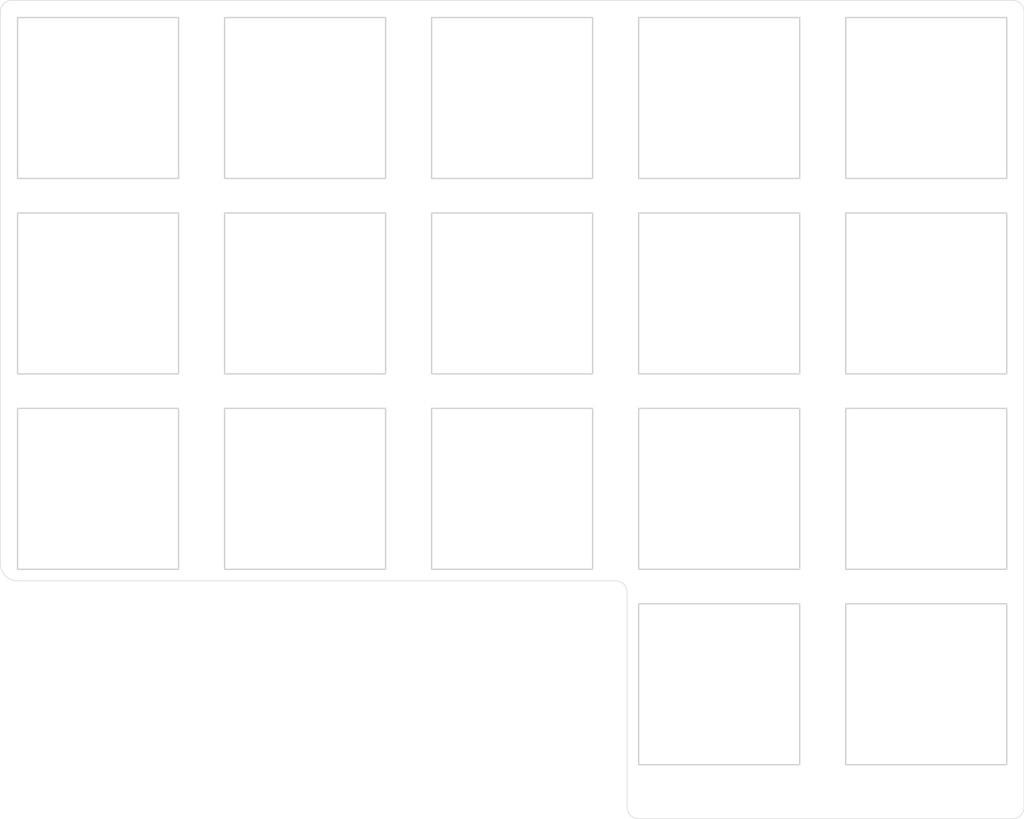
<source format=kicad_pcb>
(kicad_pcb (version 20211014) (generator pcbnew)
  (layers (0 "F.Cu" signal) (31 "B.Cu" signal) (34 "B.Paste" user) (35 "F.Paste" user) (36 "B.SilkS" user "B.Silkscreen") (37 "F.SilkS" user "F.Silkscreen") (38 "B.Mask" user) (39 "F.Mask" user) (44 "Edge.Cuts" user))
  (net 0 "")
  (footprint "Kailh Switches:SW_PG1350_cut" (layer "F.Cu") (at 92.5 57.299999)
    (fp_text reference "SW12" hide)
    (fp_text value "SW_Push" hide)
    (fp_rect (start 7 -7) (end -7 7) (layer "Edge.Cuts") (width 0.12) (fill none))
  )
  (footprint "Kailh Switches:SW_PG1350_cut" (layer "F.Cu") (at 74.5 74.299999)
    (fp_text reference "SW12" hide)
    (fp_text value "SW_Push" hide)
    (fp_rect (start 7 -7) (end -7 7) (layer "Edge.Cuts") (width 0.12) (fill none))
  )
  (footprint "Kailh Switches:SW_PG1350_cut" (layer "F.Cu") (at 56.5 57.299999)
    (fp_text reference "SW12" hide)
    (fp_text value "SW_Push" hide)
    (fp_rect (start 7 -7) (end -7 7) (layer "Edge.Cuts") (width 0.12) (fill none))
  )
  (footprint "Kailh Switches:SW_PG1350_cut" (layer "F.Cu") (at 38.5 40.299999)
    (fp_text reference "SW12" hide)
    (fp_text value "SW_Push" hide)
    (fp_rect (start 7 -7) (end -7 7) (layer "Edge.Cuts") (width 0.12) (fill none))
  )
  (footprint "" (layer "F.Cu") (at 47.5 48.799999)
    (fp_text reference "" (at 0 0) (layer "F.SilkS") (effects (font (size 1.27 1.27))))
    (fp_text value "" (at 0 0) (layer "F.SilkS") (effects (font (size 1.27 1.27))))
    (pad "" np_thru_hole circle locked (at 0 0 180) (size 4.3 4.3) (drill 4.3) (layers *.Cu *.Mask))
  )
  (footprint "Kailh Switches:SW_PG1350_cut" (layer "F.Cu") (at 38.5 57.299999)
    (fp_text reference "SW12" hide)
    (fp_text value "SW_Push" hide)
    (fp_rect (start 7 -7) (end -7 7) (layer "Edge.Cuts") (width 0.12) (fill none))
  )
  (footprint "Kailh Switches:SW_PG1350_cut" (layer "F.Cu") (at 92.5 40.299999)
    (fp_text reference "SW12" hide)
    (fp_text value "SW_Push" hide)
    (fp_rect (start 7 -7) (end -7 7) (layer "Edge.Cuts") (width 0.12) (fill none))
  )
  (footprint "" (layer "F.Cu") (at 101.5 48.799999)
    (fp_text reference "" (at 0 0) (layer "F.SilkS") (effects (font (size 1.27 1.27))))
    (fp_text value "" (at 0 0) (layer "F.SilkS") (effects (font (size 1.27 1.27))))
    (pad "" np_thru_hole circle locked (at 0 0 180) (size 4.3 4.3) (drill 4.3) (layers *.Cu *.Mask))
  )
  (footprint "Kailh Switches:SW_PG1350_cut" (layer "F.Cu") (at 92.5 74.299999)
    (fp_text reference "SW12" hide)
    (fp_text value "SW_Push" hide)
    (fp_rect (start 7 -7) (end -7 7) (layer "Edge.Cuts") (width 0.12) (fill none))
  )
  (footprint "Kailh Switches:SW_PG1350_cut" (layer "F.Cu") (at 74.5 57.299999)
    (fp_text reference "SW12" hide)
    (fp_text value "SW_Push" hide)
    (fp_rect (start 7 -7) (end -7 7) (layer "Edge.Cuts") (width 0.12) (fill none))
  )
  (footprint "Kailh Switches:SW_PG1350_cut" (layer "F.Cu") (at 110.5 74.299999)
    (fp_text reference "SW12" hide)
    (fp_text value "SW_Push" hide)
    (fp_rect (start 7 -7) (end -7 7) (layer "Edge.Cuts") (width 0.12) (fill none))
  )
  (footprint "Kailh Switches:SW_PG1350_cut" (layer "F.Cu") (at 110.5 57.299999)
    (fp_text reference "SW12" hide)
    (fp_text value "SW_Push" hide)
    (fp_rect (start 7 -7) (end -7 7) (layer "Edge.Cuts") (width 0.12) (fill none))
  )
  (footprint "Kailh Switches:SW_PG1350_cut" (layer "F.Cu") (at 74.5 40.299999)
    (fp_text reference "SW12" hide)
    (fp_text value "SW_Push" hide)
    (fp_rect (start 7 -7) (end -7 7) (layer "Edge.Cuts") (width 0.12) (fill none))
  )
  (footprint "Kailh Switches:SW_PG1350_cut" (layer "F.Cu") (at 56.5 74.299999)
    (fp_text reference "SW12" hide)
    (fp_text value "SW_Push" hide)
    (fp_rect (start 7 -7) (end -7 7) (layer "Edge.Cuts") (width 0.12) (fill none))
  )
  (footprint "Kailh Switches:SW_PG1350_cut" (layer "F.Cu") (at 38.5 74.299999)
    (fp_text reference "SW12" hide)
    (fp_text value "SW_Push" hide)
    (fp_rect (start 7 -7) (end -7 7) (layer "Edge.Cuts") (width 0.12) (fill none))
  )
  (footprint "Kailh Switches:SW_PG1350_cut" (layer "F.Cu") (at 110.5 40.299999)
    (fp_text reference "SW12" hide)
    (fp_text value "SW_Push" hide)
    (fp_rect (start 7 -7) (end -7 7) (layer "Edge.Cuts") (width 0.12) (fill none))
  )
  (footprint "Kailh Switches:SW_PG1350_cut" (layer "F.Cu") (at 110.5 91.299999)
    (fp_text reference "SW12" hide)
    (fp_text value "SW_Push" hide)
    (fp_rect (start 7 -7) (end -7 7) (layer "Edge.Cuts") (width 0.12) (fill none))
  )
  (footprint "" (layer "F.Cu") (at 101.5 82.799999)
    (fp_text reference "" (at 0 0) (layer "F.SilkS") (effects (font (size 1.27 1.27))))
    (fp_text value "" (at 0 0) (layer "F.SilkS") (effects (font (size 1.27 1.27))))
    (pad "" np_thru_hole circle locked (at 0 0 180) (size 4.3 4.3) (drill 4.3) (layers *.Cu *.Mask))
  )
  (footprint "Kailh Switches:SW_PG1350_cut" (layer "F.Cu") (at 92.5 91.299999)
    (fp_text reference "SW12" hide)
    (fp_text value "SW_Push" hide)
    (fp_rect (start 7 -7) (end -7 7) (layer "Edge.Cuts") (width 0.12) (fill none))
  )
  (footprint "Kailh Switches:SW_PG1350_cut" (layer "F.Cu") (at 56.5 40.299999)
    (fp_text reference "SW12" hide)
    (fp_text value "SW_Push" hide)
    (fp_rect (start 7 -7) (end -7 7) (layer "Edge.Cuts") (width 0.12) (fill none))
  )
  (gr_arc (start 119 102) (mid 118.707106 102.707106) (end 118 103) (layer "Edge.Cuts") (width 0.05))
  (gr_arc (start 31.5 82.299999) (mid 30.43934 81.860659) (end 30 80.799999) (layer "Edge.Cuts") (width 0.05))
  (gr_line (start 31.5 82.299999) (end 83.5 82.299999) (layer "Edge.Cuts") (width 0.05))
  (gr_arc (start 83.5 82.299999) (mid 84.207107 82.592892) (end 84.5 83.299999) (layer "Edge.Cuts") (width 0.05))
  (gr_arc (start 85.5 102.999999) (mid 84.792893 102.707106) (end 84.5 101.999999) (layer "Edge.Cuts") (width 0.05))
  (gr_arc (start 118.000001 31.8) (mid 118.707107 32.092894) (end 119.000001 32.8) (layer "Edge.Cuts") (width 0.05))
  (gr_line (start 31.000001 31.8) (end 118.000001 31.8) (layer "Edge.Cuts") (width 0.05))
  (gr_line (start 118 103) (end 85.5 102.999999) (layer "Edge.Cuts") (width 0.05))
  (gr_line (start 119.000001 32.8) (end 119.000001 102) (layer "Edge.Cuts") (width 0.05))
  (gr_line (start 84.5 101.999999) (end 84.5 83.299999) (layer "Edge.Cuts") (width 0.05))
  (gr_arc (start 30.000001 32.8) (mid 30.292894 32.092893) (end 31.000001 31.8) (layer "Edge.Cuts") (width 0.05))
  (gr_line (start 30.000001 32.8) (end 30 80.799999) (layer "Edge.Cuts") (width 0.05))
)
</source>
